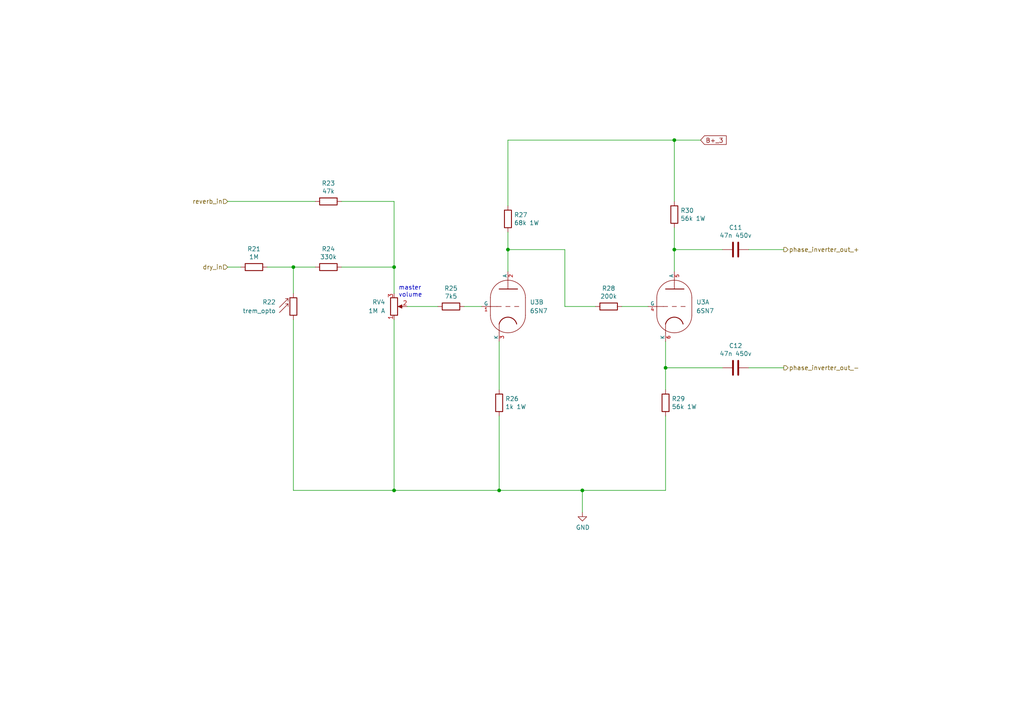
<source format=kicad_sch>
(kicad_sch (version 20211123) (generator eeschema)
  (paper "A4")
  (title_block (title "A200 12 watt class AB tube amp") (date "2021-12-26") (rev "0") (comment 1 "creativecommons.org/licenses/by/4.0/") (comment 2 "License: CC by 4.0") (comment 3 "Author: Jordan Aceto"))
  (lib_symbols
    (symbol "Device:C" (pin_numbers hide) (pin_names (offset 0.254))
      (property "Reference" "C" (at 0.635 2.54 0))
      (property "Value" "C" (at 0.635 -2.54 0))
      (symbol "C_0_1"
        (polyline (pts (xy -2.032 -0.762) (xy 2.032 -0.762)) (stroke (width 0.508)))
        (polyline (pts (xy -2.032 0.762) (xy 2.032 0.762)) (stroke (width 0.508)))
      )
      (symbol "C_1_1"
        (pin passive line (at 0 3.81 270) (length 2.794) (name "~") (number "1"))
        (pin passive line (at 0 -3.81 90) (length 2.794) (name "~") (number "2"))
      )
    )
    (symbol "Device:R" (pin_numbers hide) (pin_names (offset 0))
      (property "Reference" "R" (at 2.032 0 90))
      (property "Value" "R" (at 0 0 90))
      (symbol "R_0_1"
        (rectangle (start -1.016 -2.54) (end 1.016 2.54) (stroke (width 0.254)))
      )
      (symbol "R_1_1"
        (pin passive line (at 0 3.81 270) (length 1.27) (name "~") (number "1"))
        (pin passive line (at 0 -3.81 90) (length 1.27) (name "~") (number "2"))
      )
    )
    (symbol "Device:R_Photo" (pin_numbers hide) (pin_names (offset 0))
      (property "Reference" "R" (at 1.27 1.27 0))
      (property "Value" "R_Photo" (at 1.27 0 0))
      (symbol "R_Photo_0_1"
        (rectangle (start -1.016 2.54) (end 1.016 -2.54) (stroke (width 0.254)))
        (polyline (pts (xy -1.524 -2.286) (xy -4.064 0.254)))
        (polyline (pts (xy -1.524 -2.286) (xy -2.286 -2.286)))
        (polyline (pts (xy -1.524 -2.286) (xy -1.524 -1.524)))
        (polyline (pts (xy -1.524 -0.762) (xy -4.064 1.778)))
        (polyline (pts (xy -1.524 -0.762) (xy -2.286 -0.762)))
        (polyline (pts (xy -1.524 -0.762) (xy -1.524 0)))
      )
      (symbol "R_Photo_1_1"
        (pin passive line (at 0 3.81 270) (length 1.27) (name "~") (number "1"))
        (pin passive line (at 0 -3.81 90) (length 1.27) (name "~") (number "2"))
      )
    )
    (symbol "Device:R_Potentiometer" (pin_names (offset 1.016) hide)
      (property "Reference" "RV" (at -4.445 0 90))
      (property "Value" "R_Potentiometer" (at -2.54 0 90))
      (symbol "R_Potentiometer_0_1"
        (polyline (pts (xy 2.54 0) (xy 1.524 0)))
        (polyline (pts (xy 1.143 0) (xy 2.286 0.508) (xy 2.286 -0.508) (xy 1.143 0)) (fill (type outline)))
        (rectangle (start 1.016 2.54) (end -1.016 -2.54) (stroke (width 0.254)))
      )
      (symbol "R_Potentiometer_1_1"
        (pin passive line (at 0 3.81 270) (length 1.27) (name "1") (number "1"))
        (pin passive line (at 3.81 0 180) (length 1.27) (name "2") (number "2"))
        (pin passive line (at 0 -3.81 90) (length 1.27) (name "3") (number "3"))
      )
    )
    (symbol "custom_symbols:6SN7" (pin_names (offset 0))
      (property "Reference" "U" (at 3.302 7.874 0))
      (property "Value" "6SN7" (at 8.89 -7.62 0))
      (symbol "6SN7_0_1"
        (arc (start -5.08 -2.54) (mid 0 -7.62) (end 5.08 -2.54))
        (polyline (pts (xy 5.08 2.54) (xy 5.08 -2.54)))
        (polyline (pts (xy -5.08 2.54) (xy -5.08 -2.54) (xy -5.08 -2.54)))
        (arc (start 5.08 2.54) (mid 0 7.62) (end -5.08 2.54))
      )
      (symbol "6SN7_1_0"
        (polyline (pts (xy -2.54 -5.08) (xy -2.54 -7.62)))
        (polyline (pts (xy 0 5.08) (xy 0 7.62)))
      )
      (symbol "6SN7_1_1"
        (polyline (pts (xy -5.08 0) (xy -3.175 0)))
        (polyline (pts (xy -1.905 0) (xy -3.175 0)) (stroke (width 0.1524)))
        (polyline (pts (xy -0.635 0) (xy 0.635 0)) (stroke (width 0.1524)))
        (polyline (pts (xy 1.905 0) (xy 3.175 0)) (stroke (width 0.1524)))
        (polyline (pts (xy -2.54 5.08) (xy 2.794 5.08) (xy 2.794 5.08)) (stroke (width 0.254)))
        (arc (start 2.54 -5.08) (mid 0 -3.0968) (end -2.54 -5.08) (stroke (width 0.254)))
        (pin input line (at -7.62 0 0) (length 2.54) (name "G") (number "4"))
        (pin output line (at 0 10.16 270) (length 2.54) (name "A") (number "5"))
        (pin bidirectional line (at -2.54 -10.16 90) (length 2.54) (name "K") (number "6"))
      )
      (symbol "6SN7_2_0"
        (polyline (pts (xy -2.54 -5.08) (xy -2.54 -7.62)))
        (polyline (pts (xy 0 5.08) (xy 0 7.62)))
      )
      (symbol "6SN7_2_1"
        (polyline (pts (xy -5.08 0) (xy -3.175 0)))
        (polyline (pts (xy -1.905 0) (xy -3.175 0)) (stroke (width 0.1524)))
        (polyline (pts (xy -0.635 0) (xy 0.635 0)) (stroke (width 0.1524)))
        (polyline (pts (xy 1.905 0) (xy 3.175 0)) (stroke (width 0.1524)))
        (polyline (pts (xy -2.54 5.08) (xy 2.794 5.08) (xy 2.794 5.08)) (stroke (width 0.254)))
        (arc (start 2.54 -5.08) (mid 0 -3.0968) (end -2.54 -5.08) (stroke (width 0.254)))
        (pin input line (at -7.62 0 0) (length 2.54) (name "G") (number "1"))
        (pin output line (at 0 10.16 270) (length 2.54) (name "A") (number "2"))
        (pin bidirectional line (at -2.54 -10.16 90) (length 2.54) (name "K") (number "3"))
      )
      (symbol "6SN7_3_1"
        (arc (start 1.27 -6.35) (mid 0 -5.5651) (end -1.27 -6.35))
        (pin passive line (at -1.27 -11.43 90) (length 5.08) (name "F1") (number "7"))
        (pin passive line (at 1.27 -11.43 90) (length 5.08) (name "F2") (number "8"))
      )
    )
    (symbol "power:GND" (power) (pin_names (offset 0))
      (property "Value" "GND" (at 0 -3.81 0))
      (symbol "GND_0_1"
        (polyline (pts (xy 0 0) (xy 0 -1.27) (xy 1.27 -1.27) (xy 0 -2.54) (xy -1.27 -1.27) (xy 0 -1.27)))
      )
      (symbol "GND_1_1"
        (pin power_in line (at 0 0 270) (length 0) hide (name "GND") (number "1"))
      )
    )
  )
  (junction (at 114.3 142.24))
  (junction (at 195.58 72.39))
  (junction (at 114.3 77.47))
  (junction (at 193.04 106.68))
  (junction (at 147.32 72.39))
  (junction (at 195.58 40.64))
  (junction (at 85.09 77.47))
  (junction (at 144.78 142.24))
  (junction (at 168.91 142.24))
  (wire (pts (xy 187.96 88.9) (xy 180.34 88.9)))
  (wire (pts (xy 193.04 106.68) (xy 193.04 113.03)))
  (wire (pts (xy 193.04 142.24) (xy 193.04 120.65)))
  (wire (pts (xy 114.3 142.24) (xy 144.78 142.24)))
  (wire (pts (xy 85.09 92.71) (xy 85.09 142.24)))
  (wire (pts (xy 147.32 78.74) (xy 147.32 72.39)))
  (wire (pts (xy 227.33 72.39) (xy 217.17 72.39)))
  (wire (pts (xy 144.78 120.65) (xy 144.78 142.24)))
  (wire (pts (xy 209.55 72.39) (xy 195.58 72.39)))
  (wire (pts (xy 195.58 72.39) (xy 195.58 66.04)))
  (wire (pts (xy 168.91 142.24) (xy 168.91 148.59)))
  (wire (pts (xy 114.3 77.47) (xy 99.06 77.47)))
  (wire (pts (xy 114.3 92.71) (xy 114.3 142.24)))
  (wire (pts (xy 195.58 78.74) (xy 195.58 72.39)))
  (wire (pts (xy 227.33 106.68) (xy 217.17 106.68)))
  (wire (pts (xy 163.83 72.39) (xy 147.32 72.39)))
  (wire (pts (xy 144.78 99.06) (xy 144.78 113.03)))
  (wire (pts (xy 85.09 77.47) (xy 77.47 77.47)))
  (wire (pts (xy 193.04 106.68) (xy 193.04 99.06)))
  (wire (pts (xy 163.83 88.9) (xy 163.83 72.39)))
  (wire (pts (xy 172.72 88.9) (xy 163.83 88.9)))
  (wire (pts (xy 195.58 58.42) (xy 195.58 40.64)))
  (wire (pts (xy 134.62 88.9) (xy 139.7 88.9)))
  (wire (pts (xy 118.11 88.9) (xy 127 88.9)))
  (wire (pts (xy 66.04 58.42) (xy 91.44 58.42)))
  (wire (pts (xy 147.32 72.39) (xy 147.32 67.31)))
  (wire (pts (xy 147.32 59.69) (xy 147.32 40.64)))
  (wire (pts (xy 114.3 58.42) (xy 114.3 77.47)))
  (wire (pts (xy 147.32 40.64) (xy 195.58 40.64)))
  (wire (pts (xy 85.09 77.47) (xy 91.44 77.47)))
  (wire (pts (xy 99.06 58.42) (xy 114.3 58.42)))
  (wire (pts (xy 85.09 142.24) (xy 114.3 142.24)))
  (wire (pts (xy 209.55 106.68) (xy 193.04 106.68)))
  (wire (pts (xy 144.78 142.24) (xy 168.91 142.24)))
  (wire (pts (xy 66.04 77.47) (xy 69.85 77.47)))
  (wire (pts (xy 203.2 40.64) (xy 195.58 40.64)))
  (wire (pts (xy 85.09 85.09) (xy 85.09 77.47)))
  (wire (pts (xy 114.3 85.09) (xy 114.3 77.47)))
  (wire (pts (xy 168.91 142.24) (xy 193.04 142.24)))
  (text "master\nvolume" (at 115.57 86.36 0) (effects (font (size 1.27 1.27)) (justify left bottom)))
  (global_label "B+_3" (shape input) (at 203.2 40.64 0) (property "Intersheet References" "${INTERSHEET_REFS}" (effects hide)))
  (hierarchical_label "phase_inverter_out_+" (shape output) (at 227.33 72.39 0))
  (hierarchical_label "dry_in" (shape input) (at 66.04 77.47 180))
  (hierarchical_label "reverb_in" (shape input) (at 66.04 58.42 180))
  (hierarchical_label "phase_inverter_out_-" (shape output) (at 227.33 106.68 0))
  (symbol (lib_id "Device:R") (at 195.58 62.23 0) (unit 1)
    (property "Reference" "R30" (at 197.358 61.0616 0) (effects (justify left)))
    (property "Value" "56k 1W" (at 197.358 63.373 0) (effects (justify left)))
  )
  (symbol (lib_id "Device:R") (at 193.04 116.84 0) (unit 1)
    (property "Reference" "R29" (at 194.818 115.6716 0) (effects (justify left)))
    (property "Value" "56k 1W" (at 194.818 117.983 0) (effects (justify left)))
  )
  (symbol (lib_id "Device:R") (at 176.53 88.9 270) (unit 1)
    (property "Reference" "R28" (at 176.53 83.6422 90))
    (property "Value" "200k" (at 176.53 85.9536 90))
  )
  (symbol (lib_id "Device:R") (at 144.78 116.84 0) (unit 1)
    (property "Reference" "R26" (at 146.558 115.6716 0) (effects (justify left)))
    (property "Value" "1k 1W" (at 146.558 117.983 0) (effects (justify left)))
  )
  (symbol (lib_id "Device:C") (at 213.36 72.39 270) (unit 1)
    (property "Reference" "C11" (at 213.36 65.9892 90))
    (property "Value" "47n 450v" (at 213.36 68.3006 90))
  )
  (symbol (lib_id "Device:C") (at 213.36 106.68 270) (unit 1)
    (property "Reference" "C12" (at 213.36 100.2792 90))
    (property "Value" "47n 450v" (at 213.36 102.5906 90))
  )
  (symbol (lib_id "Device:R") (at 130.81 88.9 270) (unit 1)
    (property "Reference" "R25" (at 130.81 83.6422 90))
    (property "Value" "7k5" (at 130.81 85.9536 90))
  )
  (symbol (lib_id "Device:R") (at 147.32 63.5 0) (unit 1)
    (property "Reference" "R27" (at 149.098 62.3316 0) (effects (justify left)))
    (property "Value" "68k 1W" (at 149.098 64.643 0) (effects (justify left)))
  )
  (symbol (lib_id "power:GND") (at 168.91 148.59 0) (unit 1)
    (property "Reference" "#PWR010" (effects hide))
    (property "Value" "GND" (at 169.037 152.9842 0))
  )
  (symbol (lib_id "Device:R") (at 95.25 77.47 270) (unit 1)
    (property "Reference" "R24" (at 95.25 72.2122 90))
    (property "Value" "330k" (at 95.25 74.5236 90))
  )
  (symbol (lib_id "Device:R_Potentiometer") (at 114.3 88.9 0) (mirror x) (unit 1)
    (property "Reference" "RV4" (at 111.76 87.6299 0) (effects (justify right)))
    (property "Value" "1M A" (at 111.76 90.1699 0) (effects (justify right)))
  )
  (symbol (lib_id "Device:R_Photo") (at 85.09 88.9 0) (mirror x) (unit 1)
    (property "Reference" "R22" (at 80.01 87.6299 0) (effects (justify right)))
    (property "Value" "trem_opto" (at 80.01 90.1699 0) (effects (justify right)))
  )
  (symbol (lib_id "Device:R") (at 73.66 77.47 270) (unit 1)
    (property "Reference" "R21" (at 73.66 72.2122 90))
    (property "Value" "1M" (at 73.66 74.5236 90))
  )
  (symbol (lib_id "custom_symbols:6SN7") (at 147.32 88.9 0) (unit 2)
    (property "Reference" "U3" (at 153.67 87.6299 0) (effects (justify left)))
    (property "Value" "6SN7" (at 153.67 90.1699 0) (effects (justify left)))
    (property "Footprint" "octal" (effects hide))
  )
  (symbol (lib_id "custom_symbols:6SN7") (at 195.58 88.9 0) (unit 1)
    (property "Reference" "U3" (at 201.93 87.6299 0) (effects (justify left)))
    (property "Value" "6SN7" (at 201.93 90.1699 0) (effects (justify left)))
    (property "Footprint" "octal" (effects hide))
  )
  (symbol (lib_id "Device:R") (at 95.25 58.42 270) (unit 1)
    (property "Reference" "R23" (at 95.25 53.1622 90))
    (property "Value" "47k" (at 95.25 55.4736 90))
  )
)
</source>
